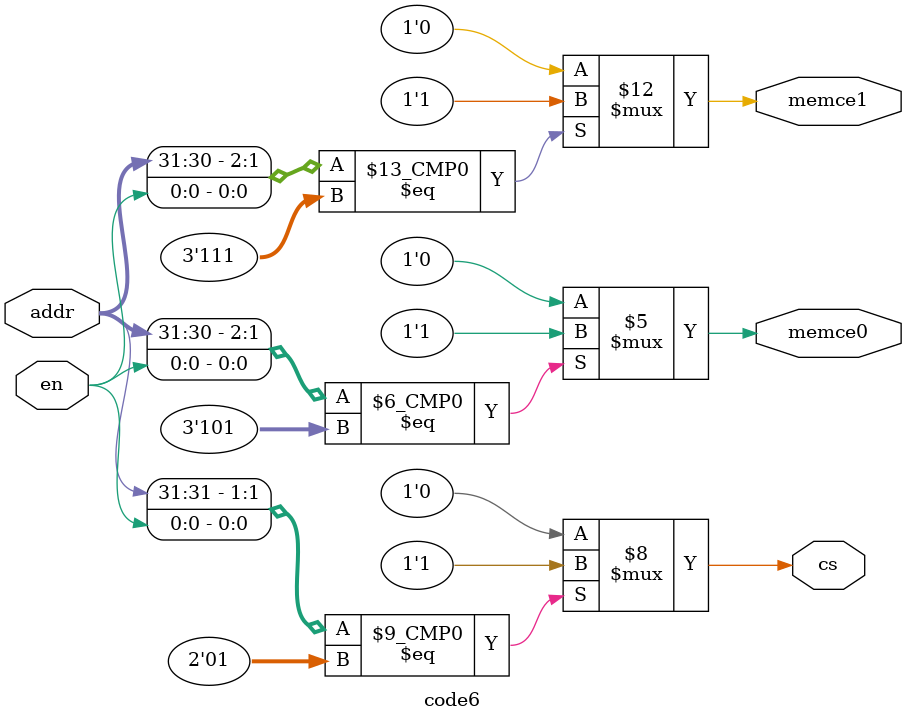
<source format=v>
module code6 (memce0, memce1, cs, en, addr);
    output memce0, memce1, cs;
    input en;
    input [31:30] addr;
    reg memce0, memce1, cs;
    always @(addr or en) begin   
        {memce0, memce1, cs} = 3'b0;    
        casex ({addr, en})
        3'b101: memce0 = 1'b1;
        3'b111: memce1 = 1'b1;
        3'b0?1: cs = 1'b1;
        endcase
    end
endmodule

</source>
